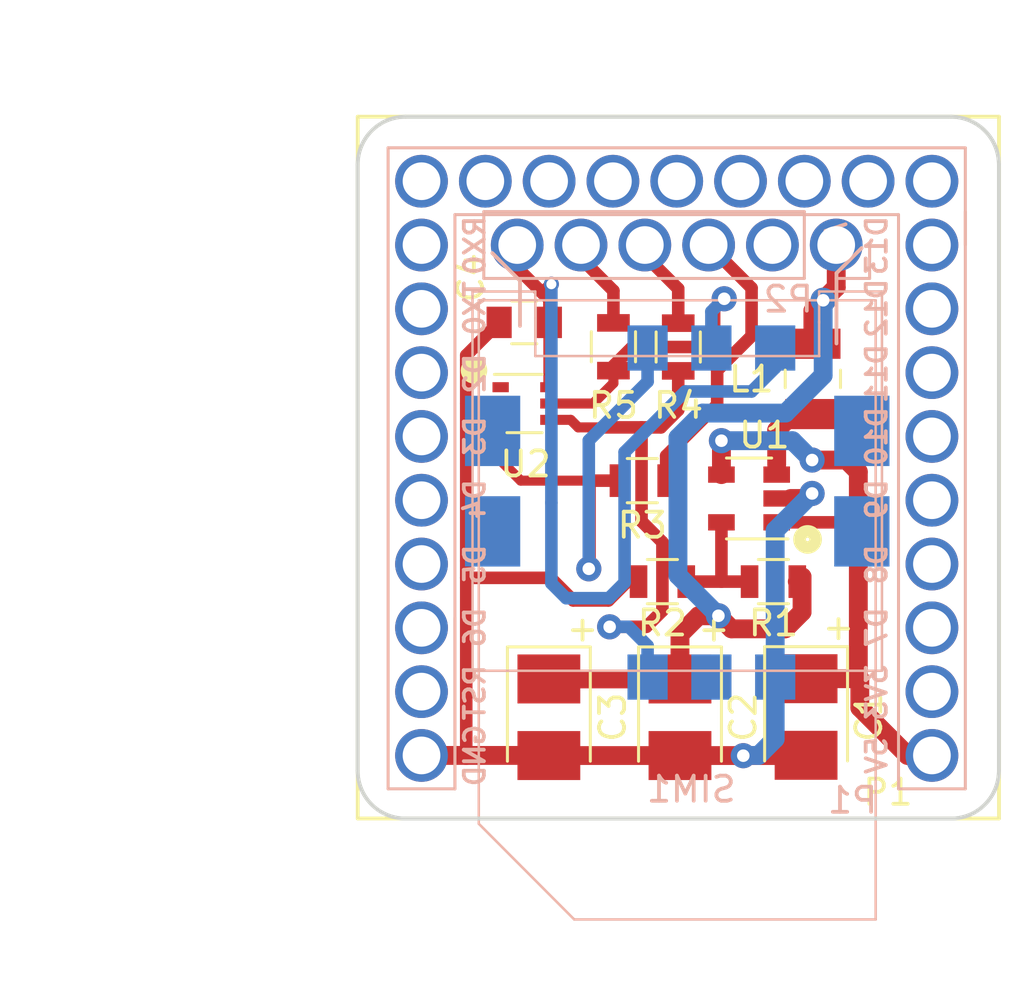
<source format=kicad_pcb>
(kicad_pcb (version 4) (host pcbnew 4.0.6)

  (general
    (links 30)
    (no_connects 0)
    (area 138.634399 62.662999 164.311401 90.753001)
    (thickness 1.6)
    (drawings 28)
    (tracks 147)
    (zones 0)
    (modules 15)
    (nets 41)
  )

  (page A4)
  (title_block
    (title "Microduino SIM shield DE")
    (date "04 settembre 2017")
    (rev 1.0)
  )

  (layers
    (0 F.Cu signal)
    (31 B.Cu signal)
    (32 B.Adhes user)
    (33 F.Adhes user)
    (34 B.Paste user)
    (35 F.Paste user)
    (36 B.SilkS user)
    (37 F.SilkS user)
    (38 B.Mask user)
    (39 F.Mask user)
    (44 Edge.Cuts user)
    (45 Margin user)
    (46 B.CrtYd user)
    (47 F.CrtYd user)
    (48 B.Fab user)
    (49 F.Fab user)
  )

  (setup
    (last_trace_width 0.5)
    (user_trace_width 0.4)
    (user_trace_width 0.5)
    (user_trace_width 0.75)
    (user_trace_width 1)
    (user_trace_width 1.5)
    (user_trace_width 2)
    (user_trace_width 2.5)
    (user_trace_width 3)
    (trace_clearance 0.2)
    (zone_clearance 0.508)
    (zone_45_only no)
    (trace_min 0.2)
    (segment_width 0.5)
    (edge_width 0.15)
    (via_size 0.6)
    (via_drill 0.4)
    (via_min_size 0.4)
    (via_min_drill 0.3)
    (user_via 1 0.5)
    (user_via 1.2 0.6)
    (uvia_size 0.3)
    (uvia_drill 0.1)
    (uvias_allowed no)
    (uvia_min_size 0.2)
    (uvia_min_drill 0.1)
    (pcb_text_width 0.3)
    (pcb_text_size 1.5 1.5)
    (mod_edge_width 0.15)
    (mod_text_size 1 1)
    (mod_text_width 0.15)
    (pad_size 2.1 2.1)
    (pad_drill 1.5)
    (pad_to_mask_clearance 0.2)
    (aux_axis_origin 0 0)
    (grid_origin 126.111 104.775)
    (visible_elements 7FFEFFFF)
    (pcbplotparams
      (layerselection 0x210fc_80000001)
      (usegerberextensions false)
      (excludeedgelayer true)
      (linewidth 0.100000)
      (plotframeref false)
      (viasonmask false)
      (mode 1)
      (useauxorigin false)
      (hpglpennumber 1)
      (hpglpenspeed 20)
      (hpglpendiameter 15)
      (hpglpenoverlay 2)
      (psnegative false)
      (psa4output false)
      (plotreference true)
      (plotvalue true)
      (plotinvisibletext false)
      (padsonsilk false)
      (subtractmaskfromsilk false)
      (outputformat 1)
      (mirror false)
      (drillshape 0)
      (scaleselection 1)
      (outputdirectory ""))
  )

  (net 0 "")
  (net 1 +5V)
  (net 2 +3V3)
  (net 3 /D7)
  (net 4 /D8)
  (net 5 /D9)
  (net 6 /D10)
  (net 7 /D11)
  (net 8 /D12)
  (net 9 /D13)
  (net 10 /D2)
  (net 11 /D3)
  (net 12 /A0)
  (net 13 /A1)
  (net 14 /A2)
  (net 15 /A3)
  (net 16 /SDA)
  (net 17 /SCL)
  (net 18 /A6)
  (net 19 /A7)
  (net 20 /D4)
  (net 21 /D5)
  (net 22 /D6)
  (net 23 /RESET)
  (net 24 GND)
  (net 25 /VBAT)
  (net 26 /VRTC)
  (net 27 /SIM_CLK)
  (net 28 /SIM_DATA)
  (net 29 /SIM_RST)
  (net 30 /VSIM)
  (net 31 /D0)
  (net 32 /D1)
  (net 33 "Net-(P2-Pad3)")
  (net 34 "Net-(P2-Pad4)")
  (net 35 "Net-(P2-Pad5)")
  (net 36 "Net-(R1-Pad2)")
  (net 37 "Net-(U2-Pad1)")
  (net 38 "Net-(SIM1-Pad5)")
  (net 39 /AREF)
  (net 40 "Net-(L1-Pad1)")

  (net_class Default "Questo è il gruppo di collegamenti predefinito"
    (clearance 0.2)
    (trace_width 0.25)
    (via_dia 0.6)
    (via_drill 0.4)
    (uvia_dia 0.3)
    (uvia_drill 0.1)
    (add_net +3V3)
    (add_net +5V)
    (add_net /A0)
    (add_net /A1)
    (add_net /A2)
    (add_net /A3)
    (add_net /A6)
    (add_net /A7)
    (add_net /AREF)
    (add_net /D0)
    (add_net /D1)
    (add_net /D10)
    (add_net /D11)
    (add_net /D12)
    (add_net /D13)
    (add_net /D2)
    (add_net /D3)
    (add_net /D4)
    (add_net /D5)
    (add_net /D6)
    (add_net /D7)
    (add_net /D8)
    (add_net /D9)
    (add_net /RESET)
    (add_net /SCL)
    (add_net /SDA)
    (add_net /SIM_CLK)
    (add_net /SIM_DATA)
    (add_net /SIM_RST)
    (add_net /VBAT)
    (add_net /VRTC)
    (add_net /VSIM)
    (add_net GND)
    (add_net "Net-(L1-Pad1)")
    (add_net "Net-(P2-Pad3)")
    (add_net "Net-(P2-Pad4)")
    (add_net "Net-(P2-Pad5)")
    (add_net "Net-(R1-Pad2)")
    (add_net "Net-(SIM1-Pad5)")
    (add_net "Net-(U2-Pad1)")
  )

  (module Pin_Headers:Pin_Header_Straight_1x06_Pitch2.54mm (layer B.Cu) (tedit 596E4C43) (tstamp 59650DEE)
    (at 157.761 67.845 90)
    (descr "Through hole straight pin header, 1x06, 2.54mm pitch, single row")
    (tags "Through hole pin header THT 1x06 2.54mm single row")
    (path /59500203)
    (fp_text reference P2 (at -2.16 -1.91 180) (layer B.SilkS)
      (effects (font (size 1 1) (thickness 0.15)) (justify mirror))
    )
    (fp_text value CONN_01X06 (at 0 -15.03 90) (layer B.Fab)
      (effects (font (size 1 1) (thickness 0.15)) (justify mirror))
    )
    (fp_line (start -1.27 1.27) (end -1.27 -13.97) (layer B.Fab) (width 0.1))
    (fp_line (start -1.27 -13.97) (end 1.27 -13.97) (layer B.Fab) (width 0.1))
    (fp_line (start 1.27 -13.97) (end 1.27 1.27) (layer B.Fab) (width 0.1))
    (fp_line (start 1.27 1.27) (end -1.27 1.27) (layer B.Fab) (width 0.1))
    (fp_line (start -1.33 -1.27) (end -1.33 -14.03) (layer B.SilkS) (width 0.12))
    (fp_line (start -1.33 -14.03) (end 1.33 -14.03) (layer B.SilkS) (width 0.12))
    (fp_line (start 1.33 -14.03) (end 1.33 -1.27) (layer B.SilkS) (width 0.12))
    (fp_line (start 1.33 -1.27) (end -1.33 -1.27) (layer B.SilkS) (width 0.12))
    (fp_line (start -1.33 0) (end -1.33 1.33) (layer B.SilkS) (width 0.12))
    (fp_line (start -1.33 1.33) (end 0 1.33) (layer B.SilkS) (width 0.12))
    (fp_line (start -1.8 1.8) (end -1.8 -14.5) (layer B.CrtYd) (width 0.05))
    (fp_line (start -1.8 -14.5) (end 1.8 -14.5) (layer B.CrtYd) (width 0.05))
    (fp_line (start 1.8 -14.5) (end 1.8 1.8) (layer B.CrtYd) (width 0.05))
    (fp_line (start 1.8 1.8) (end -1.8 1.8) (layer B.CrtYd) (width 0.05))
    (fp_text user %R (at -2.17 -1.91 180) (layer B.Fab)
      (effects (font (size 1 1) (thickness 0.15)) (justify mirror))
    )
    (pad 1 thru_hole circle (at 0 0 90) (size 2.1 2.1) (drill 1.5) (layers *.Cu *.Mask)
      (net 25 /VBAT))
    (pad 2 thru_hole circle (at 0 -2.54 90) (size 2.1 2.1) (drill 1.5) (layers *.Cu *.Mask)
      (net 26 /VRTC))
    (pad 3 thru_hole circle (at 0 -5.08 90) (size 2.1 2.1) (drill 1.5) (layers *.Cu *.Mask)
      (net 33 "Net-(P2-Pad3)"))
    (pad 4 thru_hole circle (at 0 -7.62 90) (size 2.1 2.1) (drill 1.5) (layers *.Cu *.Mask)
      (net 34 "Net-(P2-Pad4)"))
    (pad 5 thru_hole circle (at 0 -10.16 90) (size 2.1 2.1) (drill 1.5) (layers *.Cu *.Mask)
      (net 35 "Net-(P2-Pad5)"))
    (pad 6 thru_hole circle (at 0 -12.7 90) (size 2.1 2.1) (drill 1.5) (layers *.Cu *.Mask)
      (net 30 /VSIM))
    (model ${KISYS3DMOD}/Pin_Headers.3dshapes/Pin_Header_Straight_1x06_Pitch2.54mm.wrl
      (at (xyz 0 -0.25 0))
      (scale (xyz 1 1 1))
      (rotate (xyz 0 0 90))
    )
  )

  (module Capacitors_Tantalum_SMD:CP_Tantalum_Case-B_EIA-3528-21_Reflow (layer F.Cu) (tedit 598C1E3A) (tstamp 59692102)
    (at 156.561 86.635 270)
    (descr "Tantalum capacitor, Case B, EIA 3528-21, 3.5x2.8x1.9mm, Reflow soldering footprint")
    (tags "capacitor tantalum smd")
    (path /594FDD53)
    (attr smd)
    (fp_text reference C1 (at 0.01 -2.5 270) (layer F.SilkS)
      (effects (font (size 1 1) (thickness 0.15)))
    )
    (fp_text value 100uF (at 0 3.15 270) (layer F.Fab)
      (effects (font (size 1 1) (thickness 0.15)))
    )
    (fp_text user %R (at 0 0 270) (layer F.Fab)
      (effects (font (size 0.8 0.8) (thickness 0.12)))
    )
    (fp_line (start -2.85 -1.75) (end -2.85 1.75) (layer F.CrtYd) (width 0.05))
    (fp_line (start -2.85 1.75) (end 2.85 1.75) (layer F.CrtYd) (width 0.05))
    (fp_line (start 2.85 1.75) (end 2.85 -1.75) (layer F.CrtYd) (width 0.05))
    (fp_line (start 2.85 -1.75) (end -2.85 -1.75) (layer F.CrtYd) (width 0.05))
    (fp_line (start -1.75 -1.4) (end -1.75 1.4) (layer F.Fab) (width 0.1))
    (fp_line (start -1.75 1.4) (end 1.75 1.4) (layer F.Fab) (width 0.1))
    (fp_line (start 1.75 1.4) (end 1.75 -1.4) (layer F.Fab) (width 0.1))
    (fp_line (start 1.75 -1.4) (end -1.75 -1.4) (layer F.Fab) (width 0.1))
    (fp_line (start -1.4 -1.4) (end -1.4 1.4) (layer F.Fab) (width 0.1))
    (fp_line (start -1.225 -1.4) (end -1.225 1.4) (layer F.Fab) (width 0.1))
    (fp_line (start -2.8 -1.65) (end 1.75 -1.65) (layer F.SilkS) (width 0.12))
    (fp_line (start -2.8 1.65) (end 1.75 1.65) (layer F.SilkS) (width 0.12))
    (fp_line (start -2.8 -1.65) (end -2.8 1.65) (layer F.SilkS) (width 0.12))
    (pad 1 smd rect (at -1.525 0 270) (size 1.95 2.5) (layers F.Cu F.Paste F.Mask)
      (net 1 +5V))
    (pad 2 smd rect (at 1.525 0 270) (size 1.95 2.5) (layers F.Cu F.Paste F.Mask)
      (net 24 GND))
    (model Capacitors_Tantalum_SMD.3dshapes/CP_Tantalum_Case-B_EIA-3528-21.wrl
      (at (xyz 0 0 0))
      (scale (xyz 1 1 1))
      (rotate (xyz 0 0 0))
    )
  )

  (module Libreria_PCB_mia:mini_sim_card_holder (layer B.Cu) (tedit 597AE0DA) (tstamp 596DDA5C)
    (at 151.431 77.245 180)
    (tags SIM)
    (path /59693AB0)
    (attr smd)
    (fp_text reference SIM1 (at -0.56 -12.27 180) (layer B.SilkS)
      (effects (font (size 1 1) (thickness 0.15)) (justify mirror))
    )
    (fp_text value SIM-CARD (at 0.03 9.67 180) (layer B.Fab)
      (effects (font (size 1 1) (thickness 0.15)) (justify mirror))
    )
    (fp_line (start 4.1 -17.45) (end 7.9 -13.64) (layer B.SilkS) (width 0.1))
    (fp_line (start 7.9 -13.64) (end 7.9 7.2) (layer B.SilkS) (width 0.1))
    (fp_line (start -7.9 7.2) (end 7.9 7.2) (layer B.SilkS) (width 0.1))
    (fp_line (start -7.9 -17.45) (end 4.1 -17.45) (layer B.SilkS) (width 0.1))
    (fp_line (start -7.9 7.2) (end -7.9 -17.45) (layer B.SilkS) (width 0.1))
    (fp_line (start -5.65 6.36) (end -5.65 4.98) (layer B.SilkS) (width 0.1))
    (fp_line (start -5.66 4.98) (end 5.65 4.98) (layer B.SilkS) (width 0.1))
    (fp_line (start 5.65 4.98) (end 5.65 6.5) (layer B.SilkS) (width 0.1))
    (fp_line (start 8.15 7.55) (end 8.15 -7.55) (layer B.SilkS) (width 0.1))
    (fp_line (start 8.15 -7.55) (end -8.15 -7.55) (layer B.SilkS) (width 0.1))
    (fp_line (start -8.15 7.55) (end -8.15 -7.55) (layer B.SilkS) (width 0.1))
    (fp_line (start 8.15 7.55) (end 5.65 7.55) (layer B.SilkS) (width 0.1))
    (fp_line (start 5.65 7.55) (end 5.65 6.49) (layer B.SilkS) (width 0.1))
    (fp_line (start -8.15 7.55) (end -5.65 7.55) (layer B.SilkS) (width 0.1))
    (fp_line (start -5.65 7.55) (end -5.65 6.3) (layer B.SilkS) (width 0.1))
    (pad 1 smd rect (at -3.9 5.3 180) (size 1.6 1.8) (layers B.Cu B.Paste B.Mask)
      (net 30 /VSIM))
    (pad 2 smd rect (at -1.36 5.3 180) (size 1.6 1.8) (layers B.Cu B.Paste B.Mask)
      (net 29 /SIM_RST))
    (pad 3 smd rect (at 1.18 5.3 180) (size 1.6 1.8) (layers B.Cu B.Paste B.Mask)
      (net 27 /SIM_CLK))
    (pad 4 smd rect (at -3.9 -7.8 180) (size 1.6 1.8) (layers B.Cu B.Paste B.Mask)
      (net 24 GND))
    (pad 5 smd rect (at -1.36 -7.8 180) (size 1.6 1.8) (layers B.Cu B.Paste B.Mask)
      (net 38 "Net-(SIM1-Pad5)"))
    (pad 6 smd rect (at 1.18 -7.8 180) (size 1.6 1.8) (layers B.Cu B.Paste B.Mask)
      (net 28 /SIM_DATA))
    (pad "" smd rect (at -7.35 2 180) (size 2.2 2.8) (layers B.Cu B.Paste B.Mask))
    (pad "" smd rect (at -7.35 -2 180) (size 2.2 2.8) (layers B.Cu B.Paste B.Mask))
    (pad "" smd rect (at 7.35 -2 180) (size 2.2 2.8) (layers B.Cu B.Paste B.Mask))
    (pad "" smd rect (at 7.35 2 180) (size 2.2 2.8) (layers B.Cu B.Paste B.Mask))
  )

  (module TO_SOT_Packages_SMD:SOT-363_SC-70-6 (layer F.Cu) (tedit 597AE077) (tstamp 597AE306)
    (at 145.351 74.155)
    (descr "SOT-363, SC-70-6")
    (tags "SOT-363 SC-70-6")
    (path /596937F2)
    (attr smd)
    (fp_text reference U2 (at 0.04 2.41) (layer F.SilkS)
      (effects (font (size 1 1) (thickness 0.15)))
    )
    (fp_text value ESDA6V1-5W6 (at 0 2 180) (layer F.Fab)
      (effects (font (size 1 1) (thickness 0.15)))
    )
    (fp_text user %R (at 0 0 90) (layer F.Fab)
      (effects (font (size 0.5 0.5) (thickness 0.075)))
    )
    (fp_line (start 0.7 -1.16) (end -1.2 -1.16) (layer F.SilkS) (width 0.12))
    (fp_line (start -0.7 1.16) (end 0.7 1.16) (layer F.SilkS) (width 0.12))
    (fp_line (start 1.6 1.4) (end 1.6 -1.4) (layer F.CrtYd) (width 0.05))
    (fp_line (start -1.6 -1.4) (end -1.6 1.4) (layer F.CrtYd) (width 0.05))
    (fp_line (start -1.6 -1.4) (end 1.6 -1.4) (layer F.CrtYd) (width 0.05))
    (fp_line (start 0.675 -1.1) (end -0.175 -1.1) (layer F.Fab) (width 0.1))
    (fp_line (start -0.675 -0.6) (end -0.675 1.1) (layer F.Fab) (width 0.1))
    (fp_line (start -1.6 1.4) (end 1.6 1.4) (layer F.CrtYd) (width 0.05))
    (fp_line (start 0.675 -1.1) (end 0.675 1.1) (layer F.Fab) (width 0.1))
    (fp_line (start 0.675 1.1) (end -0.675 1.1) (layer F.Fab) (width 0.1))
    (fp_line (start -0.175 -1.1) (end -0.675 -0.6) (layer F.Fab) (width 0.1))
    (pad 1 smd rect (at -0.95 -0.65) (size 0.65 0.4) (layers F.Cu F.Paste F.Mask)
      (net 37 "Net-(U2-Pad1)"))
    (pad 3 smd rect (at -0.95 0.65) (size 0.65 0.4) (layers F.Cu F.Paste F.Mask)
      (net 27 /SIM_CLK))
    (pad 5 smd rect (at 0.95 0) (size 0.65 0.4) (layers F.Cu F.Paste F.Mask)
      (net 29 /SIM_RST))
    (pad 2 smd rect (at -0.95 0) (size 0.65 0.4) (layers F.Cu F.Paste F.Mask)
      (net 24 GND))
    (pad 4 smd rect (at 0.95 0.65) (size 0.65 0.4) (layers F.Cu F.Paste F.Mask)
      (net 28 /SIM_DATA))
    (pad 6 smd rect (at 0.95 -0.65) (size 0.65 0.4) (layers F.Cu F.Paste F.Mask)
      (net 30 /VSIM))
    (model ${KISYS3DMOD}/TO_SOT_Packages_SMD.3dshapes/SOT-363_SC-70-6.wrl
      (at (xyz 0 0 0))
      (scale (xyz 1 1 1))
      (rotate (xyz 0 0 0))
    )
  )

  (module Libreria_PCB_mia:Upin_27 (layer B.Cu) (tedit 599092A9) (tstamp 597E398C)
    (at 161.571 88.165 180)
    (descr "Through hole straight socket strip, 1x09, 2.54mm pitch, single row")
    (tags "Through hole socket strip THT 1x09 2.54mm single row")
    (path /58E8C7EF)
    (fp_text reference P1 (at 3.16 -1.79 180) (layer B.SilkS)
      (effects (font (size 1 1) (thickness 0.15)) (justify mirror))
    )
    (fp_text value CONN_1x27 (at -2.83 10.17 450) (layer B.Fab)
      (effects (font (size 1 1) (thickness 0.15)) (justify mirror))
    )
    (fp_text user P1 (at 1.75 -1.47 180) (layer F.SilkS)
      (effects (font (size 1 1) (thickness 0.15)))
    )
    (fp_line (start 16.4 18.9) (end 17.5 20) (layer B.SilkS) (width 0.15))
    (fp_line (start 16.4 18.9) (end 16.4 17.1) (layer B.SilkS) (width 0.15))
    (fp_line (start 2.8 20.2) (end 3.8 19.2) (layer B.SilkS) (width 0.15))
    (fp_line (start 3.8 19.2) (end 3.8 16.4) (layer B.SilkS) (width 0.15))
    (fp_text user GND (at 18.2 0 450) (layer B.SilkS)
      (effects (font (size 0.8 0.8) (thickness 0.15)) (justify mirror))
    )
    (fp_text user RST (at 18.2 2.5 450) (layer B.SilkS)
      (effects (font (size 0.8 0.8) (thickness 0.15)) (justify mirror))
    )
    (fp_text user D6 (at 18.2 5.1 450) (layer B.SilkS)
      (effects (font (size 0.8 0.8) (thickness 0.15)) (justify mirror))
    )
    (fp_text user D5 (at 18.2 7.6 450) (layer B.SilkS)
      (effects (font (size 0.8 0.8) (thickness 0.15)) (justify mirror))
    )
    (fp_text user D4 (at 18.2 10.2 450) (layer B.SilkS)
      (effects (font (size 0.8 0.8) (thickness 0.15)) (justify mirror))
    )
    (fp_text user D3 (at 18.2 12.7 450) (layer B.SilkS)
      (effects (font (size 0.8 0.8) (thickness 0.15)) (justify mirror))
    )
    (fp_text user D2 (at 18.2 15.2 450) (layer B.SilkS)
      (effects (font (size 0.8 0.8) (thickness 0.15)) (justify mirror))
    )
    (fp_text user TX0 (at 18.2 17.8 450) (layer B.SilkS)
      (effects (font (size 0.8 0.8) (thickness 0.15)) (justify mirror))
    )
    (fp_text user RX0 (at 18.2 20.3 450) (layer B.SilkS)
      (effects (font (size 0.8 0.8) (thickness 0.15)) (justify mirror))
    )
    (fp_text user A0 (at 3.8 20.5 450) (layer B.SilkS)
      (effects (font (size 0.8 0.8) (thickness 0.15)) (justify mirror))
    )
    (fp_text user D13 (at 2.2 20.3 450) (layer B.SilkS)
      (effects (font (size 0.8 0.8) (thickness 0.15)) (justify mirror))
    )
    (fp_text user D12 (at 2.2 17.8 450) (layer B.SilkS)
      (effects (font (size 0.8 0.8) (thickness 0.15)) (justify mirror))
    )
    (fp_text user D11 (at 2.2 15.2 450) (layer B.SilkS)
      (effects (font (size 0.8 0.8) (thickness 0.15)) (justify mirror))
    )
    (fp_text user D10 (at 2.2 12.7 450) (layer B.SilkS)
      (effects (font (size 0.8 0.8) (thickness 0.15)) (justify mirror))
    )
    (fp_text user D9 (at 2.2 10.2 450) (layer B.SilkS)
      (effects (font (size 0.8 0.8) (thickness 0.15)) (justify mirror))
    )
    (fp_text user D8 (at 2.2 7.6 450) (layer B.SilkS)
      (effects (font (size 0.8 0.8) (thickness 0.15)) (justify mirror))
    )
    (fp_text user D7 (at 2.2 5.1 450) (layer B.SilkS)
      (effects (font (size 0.8 0.8) (thickness 0.15)) (justify mirror))
    )
    (fp_text user 3V3 (at 2.2 2.5 450) (layer B.SilkS)
      (effects (font (size 0.8 0.8) (thickness 0.15)) (justify mirror))
    )
    (fp_text user 5V (at 2.2 0 450) (layer B.SilkS)
      (effects (font (size 0.8 0.8) (thickness 0.15)) (justify mirror))
    )
    (fp_line (start 1.8 -1.78) (end 1.8 21.05) (layer B.CrtYd) (width 0.12))
    (fp_line (start 18.52 21.05) (end 1.8 21.05) (layer B.CrtYd) (width 0.12))
    (fp_line (start -1.27 24.13) (end -1.27 -1.27) (layer B.Fab) (width 0.12))
    (fp_line (start 1.27 -1.27) (end 1.27 21.59) (layer B.Fab) (width 0.12))
    (fp_line (start 1.27 21.59) (end 19.05 21.59) (layer B.Fab) (width 0.12))
    (fp_line (start 19.05 21.59) (end 19.05 -1.27) (layer B.Fab) (width 0.12))
    (fp_line (start 19.05 -1.27) (end 21.59 -1.27) (layer B.Fab) (width 0.12))
    (fp_line (start 21.59 -1.27) (end 21.59 24.13) (layer B.Fab) (width 0.12))
    (fp_line (start 21.59 24.13) (end -1.27 24.13) (layer B.Fab) (width 0.12))
    (fp_line (start 21.65 -1.33) (end 21.65 24.19) (layer B.SilkS) (width 0.12))
    (fp_line (start 21.65 24.19) (end -1.33 24.19) (layer B.SilkS) (width 0.12))
    (fp_line (start -1.33 -1.33) (end -1.33 24.19) (layer B.SilkS) (width 0.12))
    (fp_line (start 1.33 -1.33) (end 1.33 21.53) (layer B.SilkS) (width 0.12))
    (fp_line (start 1.33 21.53) (end 18.99 21.53) (layer B.SilkS) (width 0.12))
    (fp_line (start 18.99 -1.33) (end 18.99 21.53) (layer B.SilkS) (width 0.12))
    (fp_line (start 18.99 -1.33) (end 18.99 5.48) (layer B.SilkS) (width 0.12))
    (fp_line (start -1.8 24.67) (end 22.12 24.67) (layer B.CrtYd) (width 0.12))
    (fp_line (start -1.8 -1.78) (end -1.8 24.67) (layer B.CrtYd) (width 0.12))
    (fp_line (start 22.12 -1.78) (end 22.12 24.67) (layer B.CrtYd) (width 0.12))
    (fp_line (start 18.52 21.05) (end 18.52 -1.8) (layer B.CrtYd) (width 0.12))
    (fp_line (start 18.52 -1.8) (end 22.12 -1.8) (layer B.CrtYd) (width 0.12))
    (fp_line (start -1.27 -1.27) (end 1.27 -1.27) (layer B.Fab) (width 0.12))
    (fp_line (start -1.33 -1.33) (end 1.33 -1.33) (layer B.SilkS) (width 0.12))
    (fp_line (start 21.65 -1.33) (end 18.99 -1.33) (layer B.SilkS) (width 0.12))
    (fp_line (start -1.33 20.32) (end -1.33 21.65) (layer B.SilkS) (width 0.12))
    (fp_line (start -1.8 -1.78) (end 1.8 -1.78) (layer B.CrtYd) (width 0.12))
    (fp_text user %R (at 0 -2.54 180) (layer B.Fab)
      (effects (font (size 1 1) (thickness 0.15)) (justify mirror))
    )
    (pad 9 thru_hole circle (at 0 20.32 180) (size 2.1 2.1) (drill 1.5) (layers *.Cu *.Mask)
      (net 9 /D13))
    (pad 8 thru_hole circle (at 0 17.78 180) (size 2.1 2.1) (drill 1.5) (layers *.Cu *.Mask)
      (net 8 /D12))
    (pad 7 thru_hole circle (at 0 15.24 180) (size 2.1 2.1) (drill 1.5) (layers *.Cu *.Mask)
      (net 7 /D11))
    (pad 6 thru_hole circle (at 0 12.7 180) (size 2.1 2.1) (drill 1.5) (layers *.Cu *.Mask)
      (net 6 /D10))
    (pad 5 thru_hole circle (at 0 10.16 180) (size 2.1 2.1) (drill 1.5) (layers *.Cu *.Mask)
      (net 5 /D9))
    (pad 4 thru_hole circle (at 0 7.62 180) (size 2.1 2.1) (drill 1.5) (layers *.Cu *.Mask)
      (net 4 /D8))
    (pad 3 thru_hole circle (at 0 5.08 180) (size 2.1 2.1) (drill 1.5) (layers *.Cu *.Mask)
      (net 3 /D7))
    (pad 2 thru_hole circle (at 0 2.54 180) (size 2.1 2.1) (drill 1.5) (layers *.Cu *.Mask)
      (net 2 +3V3))
    (pad 1 thru_hole circle (at 0 0 180) (size 2.1 2.1) (drill 1.5) (layers *.Cu *.Mask)
      (net 1 +5V))
    (pad 10 thru_hole circle (at 0 22.86 180) (size 2.1 2.1) (drill 1.5) (layers *.Cu *.Mask)
      (net 39 /AREF))
    (pad 11 thru_hole circle (at 2.54 22.86 180) (size 2.1 2.1) (drill 1.5) (layers *.Cu *.Mask)
      (net 12 /A0))
    (pad 12 thru_hole circle (at 5.08 22.86 180) (size 2.1 2.1) (drill 1.5) (layers *.Cu *.Mask)
      (net 13 /A1))
    (pad 13 thru_hole circle (at 7.62 22.86 180) (size 2.1 2.1) (drill 1.5) (layers *.Cu *.Mask)
      (net 14 /A2))
    (pad 14 thru_hole circle (at 10.16 22.86 180) (size 2.1 2.1) (drill 1.5) (layers *.Cu *.Mask)
      (net 15 /A3))
    (pad 15 thru_hole circle (at 12.7 22.86 180) (size 2.1 2.1) (drill 1.5) (layers *.Cu *.Mask)
      (net 16 /SDA))
    (pad 16 thru_hole circle (at 15.24 22.86 180) (size 2.1 2.1) (drill 1.5) (layers *.Cu *.Mask)
      (net 17 /SCL))
    (pad 17 thru_hole circle (at 17.78 22.86 180) (size 2.1 2.1) (drill 1.5) (layers *.Cu *.Mask)
      (net 18 /A6))
    (pad 18 thru_hole circle (at 20.32 22.86 180) (size 2.1 2.1) (drill 1.5) (layers *.Cu *.Mask)
      (net 19 /A7))
    (pad 19 thru_hole circle (at 20.32 20.32 180) (size 2.1 2.1) (drill 1.5) (layers *.Cu *.Mask)
      (net 31 /D0))
    (pad 20 thru_hole circle (at 20.32 17.78 180) (size 2.1 2.1) (drill 1.5) (layers *.Cu *.Mask)
      (net 32 /D1))
    (pad 21 thru_hole circle (at 20.32 15.24 180) (size 2.1 2.1) (drill 1.5) (layers *.Cu *.Mask)
      (net 10 /D2))
    (pad 22 thru_hole circle (at 20.32 12.7 180) (size 2.1 2.1) (drill 1.5) (layers *.Cu *.Mask)
      (net 11 /D3))
    (pad 23 thru_hole circle (at 20.32 10.16 180) (size 2.1 2.1) (drill 1.5) (layers *.Cu *.Mask)
      (net 20 /D4))
    (pad 24 thru_hole circle (at 20.32 7.62 180) (size 2.1 2.1) (drill 1.5) (layers *.Cu *.Mask)
      (net 21 /D5))
    (pad 25 thru_hole circle (at 20.32 5.08 180) (size 2.1 2.1) (drill 1.5) (layers *.Cu *.Mask)
      (net 22 /D6))
    (pad 26 thru_hole circle (at 20.32 2.54 180) (size 2.1 2.1) (drill 1.5) (layers *.Cu *.Mask)
      (net 23 /RESET))
    (pad 27 thru_hole circle (at 20.32 0 180) (size 2.1 2.1) (drill 1.5) (layers *.Cu *.Mask)
      (net 24 GND))
    (model ${KISYS3DMOD}/Socket_Strips.3dshapes/Socket_Strip_Straight_1x09_Pitch2.54mm.wrl
      (at (xyz 0 -0.4 0))
      (scale (xyz 1 1 1))
      (rotate (xyz 0 0 270))
    )
  )

  (module Capacitors_Tantalum_SMD:CP_Tantalum_Case-B_EIA-3528-21_Reflow (layer F.Cu) (tedit 598C1E31) (tstamp 598C1A8E)
    (at 151.541 86.645 270)
    (descr "Tantalum capacitor, Case B, EIA 3528-21, 3.5x2.8x1.9mm, Reflow soldering footprint")
    (tags "capacitor tantalum smd")
    (path /598C1AF0)
    (attr smd)
    (fp_text reference C2 (at 0 -2.52 270) (layer F.SilkS)
      (effects (font (size 1 1) (thickness 0.15)))
    )
    (fp_text value 100uF (at 0 3.15 270) (layer F.Fab)
      (effects (font (size 1 1) (thickness 0.15)))
    )
    (fp_text user %R (at 0 0 270) (layer F.Fab)
      (effects (font (size 0.8 0.8) (thickness 0.12)))
    )
    (fp_line (start -2.85 -1.75) (end -2.85 1.75) (layer F.CrtYd) (width 0.05))
    (fp_line (start -2.85 1.75) (end 2.85 1.75) (layer F.CrtYd) (width 0.05))
    (fp_line (start 2.85 1.75) (end 2.85 -1.75) (layer F.CrtYd) (width 0.05))
    (fp_line (start 2.85 -1.75) (end -2.85 -1.75) (layer F.CrtYd) (width 0.05))
    (fp_line (start -1.75 -1.4) (end -1.75 1.4) (layer F.Fab) (width 0.1))
    (fp_line (start -1.75 1.4) (end 1.75 1.4) (layer F.Fab) (width 0.1))
    (fp_line (start 1.75 1.4) (end 1.75 -1.4) (layer F.Fab) (width 0.1))
    (fp_line (start 1.75 -1.4) (end -1.75 -1.4) (layer F.Fab) (width 0.1))
    (fp_line (start -1.4 -1.4) (end -1.4 1.4) (layer F.Fab) (width 0.1))
    (fp_line (start -1.225 -1.4) (end -1.225 1.4) (layer F.Fab) (width 0.1))
    (fp_line (start -2.8 -1.65) (end 1.75 -1.65) (layer F.SilkS) (width 0.12))
    (fp_line (start -2.8 1.65) (end 1.75 1.65) (layer F.SilkS) (width 0.12))
    (fp_line (start -2.8 -1.65) (end -2.8 1.65) (layer F.SilkS) (width 0.12))
    (pad 1 smd rect (at -1.525 0 270) (size 1.95 2.5) (layers F.Cu F.Paste F.Mask)
      (net 25 /VBAT))
    (pad 2 smd rect (at 1.525 0 270) (size 1.95 2.5) (layers F.Cu F.Paste F.Mask)
      (net 24 GND))
    (model Capacitors_Tantalum_SMD.3dshapes/CP_Tantalum_Case-B_EIA-3528-21.wrl
      (at (xyz 0 0 0))
      (scale (xyz 1 1 1))
      (rotate (xyz 0 0 0))
    )
  )

  (module Capacitors_Tantalum_SMD:CP_Tantalum_Case-B_EIA-3528-21_Reflow (layer F.Cu) (tedit 598C1E26) (tstamp 598C1AB4)
    (at 146.321 86.645 270)
    (descr "Tantalum capacitor, Case B, EIA 3528-21, 3.5x2.8x1.9mm, Reflow soldering footprint")
    (tags "capacitor tantalum smd")
    (path /598C1A9F)
    (attr smd)
    (fp_text reference C3 (at 0 -2.54 270) (layer F.SilkS)
      (effects (font (size 1 1) (thickness 0.15)))
    )
    (fp_text value 100uF (at 0 3.15 270) (layer F.Fab)
      (effects (font (size 1 1) (thickness 0.15)))
    )
    (fp_text user %R (at 0 0 270) (layer F.Fab)
      (effects (font (size 0.8 0.8) (thickness 0.12)))
    )
    (fp_line (start -2.85 -1.75) (end -2.85 1.75) (layer F.CrtYd) (width 0.05))
    (fp_line (start -2.85 1.75) (end 2.85 1.75) (layer F.CrtYd) (width 0.05))
    (fp_line (start 2.85 1.75) (end 2.85 -1.75) (layer F.CrtYd) (width 0.05))
    (fp_line (start 2.85 -1.75) (end -2.85 -1.75) (layer F.CrtYd) (width 0.05))
    (fp_line (start -1.75 -1.4) (end -1.75 1.4) (layer F.Fab) (width 0.1))
    (fp_line (start -1.75 1.4) (end 1.75 1.4) (layer F.Fab) (width 0.1))
    (fp_line (start 1.75 1.4) (end 1.75 -1.4) (layer F.Fab) (width 0.1))
    (fp_line (start 1.75 -1.4) (end -1.75 -1.4) (layer F.Fab) (width 0.1))
    (fp_line (start -1.4 -1.4) (end -1.4 1.4) (layer F.Fab) (width 0.1))
    (fp_line (start -1.225 -1.4) (end -1.225 1.4) (layer F.Fab) (width 0.1))
    (fp_line (start -2.8 -1.65) (end 1.75 -1.65) (layer F.SilkS) (width 0.12))
    (fp_line (start -2.8 1.65) (end 1.75 1.65) (layer F.SilkS) (width 0.12))
    (fp_line (start -2.8 -1.65) (end -2.8 1.65) (layer F.SilkS) (width 0.12))
    (pad 1 smd rect (at -1.525 0 270) (size 1.95 2.5) (layers F.Cu F.Paste F.Mask)
      (net 25 /VBAT))
    (pad 2 smd rect (at 1.525 0 270) (size 1.95 2.5) (layers F.Cu F.Paste F.Mask)
      (net 24 GND))
    (model Capacitors_Tantalum_SMD.3dshapes/CP_Tantalum_Case-B_EIA-3528-21.wrl
      (at (xyz 0 0 0))
      (scale (xyz 1 1 1))
      (rotate (xyz 0 0 0))
    )
  )

  (module Capacitors_SMD:C_0805 (layer F.Cu) (tedit 59908A06) (tstamp 599085AE)
    (at 145.341 70.925 180)
    (descr "Capacitor SMD 0805, reflow soldering, AVX (see smccp.pdf)")
    (tags "capacitor 0805")
    (path /5968D92E)
    (attr smd)
    (fp_text reference C4 (at 2.13 1.78 270) (layer F.SilkS)
      (effects (font (size 1 1) (thickness 0.15)))
    )
    (fp_text value 100nF (at 0 1.75 180) (layer F.Fab)
      (effects (font (size 1 1) (thickness 0.15)))
    )
    (fp_text user %R (at 0 -1.5 180) (layer F.Fab)
      (effects (font (size 1 1) (thickness 0.15)))
    )
    (fp_line (start -1 0.62) (end -1 -0.62) (layer F.Fab) (width 0.1))
    (fp_line (start 1 0.62) (end -1 0.62) (layer F.Fab) (width 0.1))
    (fp_line (start 1 -0.62) (end 1 0.62) (layer F.Fab) (width 0.1))
    (fp_line (start -1 -0.62) (end 1 -0.62) (layer F.Fab) (width 0.1))
    (fp_line (start 0.5 -0.85) (end -0.5 -0.85) (layer F.SilkS) (width 0.12))
    (fp_line (start -0.5 0.85) (end 0.5 0.85) (layer F.SilkS) (width 0.12))
    (fp_line (start -1.75 -0.88) (end 1.75 -0.88) (layer F.CrtYd) (width 0.05))
    (fp_line (start -1.75 -0.88) (end -1.75 0.87) (layer F.CrtYd) (width 0.05))
    (fp_line (start 1.75 0.87) (end 1.75 -0.88) (layer F.CrtYd) (width 0.05))
    (fp_line (start 1.75 0.87) (end -1.75 0.87) (layer F.CrtYd) (width 0.05))
    (pad 1 smd rect (at -1 0 180) (size 1 1.25) (layers F.Cu F.Paste F.Mask)
      (net 30 /VSIM))
    (pad 2 smd rect (at 1 0 180) (size 1 1.25) (layers F.Cu F.Paste F.Mask)
      (net 24 GND))
    (model Capacitors_SMD.3dshapes/C_0805.wrl
      (at (xyz 0 0 0))
      (scale (xyz 1 1 1))
      (rotate (xyz 0 0 0))
    )
  )

  (module Resistors_SMD:R_0805 (layer F.Cu) (tedit 58E0A804) (tstamp 599085B3)
    (at 155.261 81.245 180)
    (descr "Resistor SMD 0805, reflow soldering, Vishay (see dcrcw.pdf)")
    (tags "resistor 0805")
    (path /5968E007)
    (attr smd)
    (fp_text reference R1 (at 0 -1.65 180) (layer F.SilkS)
      (effects (font (size 1 1) (thickness 0.15)))
    )
    (fp_text value 330k (at 0 1.75 180) (layer F.Fab)
      (effects (font (size 1 1) (thickness 0.15)))
    )
    (fp_text user %R (at 0 0 180) (layer F.Fab)
      (effects (font (size 0.5 0.5) (thickness 0.075)))
    )
    (fp_line (start -1 0.62) (end -1 -0.62) (layer F.Fab) (width 0.1))
    (fp_line (start 1 0.62) (end -1 0.62) (layer F.Fab) (width 0.1))
    (fp_line (start 1 -0.62) (end 1 0.62) (layer F.Fab) (width 0.1))
    (fp_line (start -1 -0.62) (end 1 -0.62) (layer F.Fab) (width 0.1))
    (fp_line (start 0.6 0.88) (end -0.6 0.88) (layer F.SilkS) (width 0.12))
    (fp_line (start -0.6 -0.88) (end 0.6 -0.88) (layer F.SilkS) (width 0.12))
    (fp_line (start -1.55 -0.9) (end 1.55 -0.9) (layer F.CrtYd) (width 0.05))
    (fp_line (start -1.55 -0.9) (end -1.55 0.9) (layer F.CrtYd) (width 0.05))
    (fp_line (start 1.55 0.9) (end 1.55 -0.9) (layer F.CrtYd) (width 0.05))
    (fp_line (start 1.55 0.9) (end -1.55 0.9) (layer F.CrtYd) (width 0.05))
    (pad 1 smd rect (at -0.95 0 180) (size 0.7 1.3) (layers F.Cu F.Paste F.Mask)
      (net 25 /VBAT))
    (pad 2 smd rect (at 0.95 0 180) (size 0.7 1.3) (layers F.Cu F.Paste F.Mask)
      (net 36 "Net-(R1-Pad2)"))
    (model ${KISYS3DMOD}/Resistors_SMD.3dshapes/R_0805.wrl
      (at (xyz 0 0 0))
      (scale (xyz 1 1 1))
      (rotate (xyz 0 0 0))
    )
  )

  (module Resistors_SMD:R_0805 (layer F.Cu) (tedit 58E0A804) (tstamp 599085B8)
    (at 150.841 81.245 180)
    (descr "Resistor SMD 0805, reflow soldering, Vishay (see dcrcw.pdf)")
    (tags "resistor 0805")
    (path /5968E044)
    (attr smd)
    (fp_text reference R2 (at 0 -1.65 180) (layer F.SilkS)
      (effects (font (size 1 1) (thickness 0.15)))
    )
    (fp_text value 56k (at 0 1.75 180) (layer F.Fab)
      (effects (font (size 1 1) (thickness 0.15)))
    )
    (fp_text user %R (at 0 0 180) (layer F.Fab)
      (effects (font (size 0.5 0.5) (thickness 0.075)))
    )
    (fp_line (start -1 0.62) (end -1 -0.62) (layer F.Fab) (width 0.1))
    (fp_line (start 1 0.62) (end -1 0.62) (layer F.Fab) (width 0.1))
    (fp_line (start 1 -0.62) (end 1 0.62) (layer F.Fab) (width 0.1))
    (fp_line (start -1 -0.62) (end 1 -0.62) (layer F.Fab) (width 0.1))
    (fp_line (start 0.6 0.88) (end -0.6 0.88) (layer F.SilkS) (width 0.12))
    (fp_line (start -0.6 -0.88) (end 0.6 -0.88) (layer F.SilkS) (width 0.12))
    (fp_line (start -1.55 -0.9) (end 1.55 -0.9) (layer F.CrtYd) (width 0.05))
    (fp_line (start -1.55 -0.9) (end -1.55 0.9) (layer F.CrtYd) (width 0.05))
    (fp_line (start 1.55 0.9) (end 1.55 -0.9) (layer F.CrtYd) (width 0.05))
    (fp_line (start 1.55 0.9) (end -1.55 0.9) (layer F.CrtYd) (width 0.05))
    (pad 1 smd rect (at -0.95 0 180) (size 0.7 1.3) (layers F.Cu F.Paste F.Mask)
      (net 36 "Net-(R1-Pad2)"))
    (pad 2 smd rect (at 0.95 0 180) (size 0.7 1.3) (layers F.Cu F.Paste F.Mask)
      (net 24 GND))
    (model ${KISYS3DMOD}/Resistors_SMD.3dshapes/R_0805.wrl
      (at (xyz 0 0 0))
      (scale (xyz 1 1 1))
      (rotate (xyz 0 0 0))
    )
  )

  (module Resistors_SMD:R_0805 (layer F.Cu) (tedit 599089CB) (tstamp 599085BD)
    (at 150.041 77.225)
    (descr "Resistor SMD 0805, reflow soldering, Vishay (see dcrcw.pdf)")
    (tags "resistor 0805")
    (path /5968EC42)
    (attr smd)
    (fp_text reference R3 (at 0 1.78) (layer F.SilkS)
      (effects (font (size 1 1) (thickness 0.15)))
    )
    (fp_text value 22 (at 0 1.75) (layer F.Fab)
      (effects (font (size 1 1) (thickness 0.15)))
    )
    (fp_text user %R (at 0 0) (layer F.Fab)
      (effects (font (size 0.5 0.5) (thickness 0.075)))
    )
    (fp_line (start -1 0.62) (end -1 -0.62) (layer F.Fab) (width 0.1))
    (fp_line (start 1 0.62) (end -1 0.62) (layer F.Fab) (width 0.1))
    (fp_line (start 1 -0.62) (end 1 0.62) (layer F.Fab) (width 0.1))
    (fp_line (start -1 -0.62) (end 1 -0.62) (layer F.Fab) (width 0.1))
    (fp_line (start 0.6 0.88) (end -0.6 0.88) (layer F.SilkS) (width 0.12))
    (fp_line (start -0.6 -0.88) (end 0.6 -0.88) (layer F.SilkS) (width 0.12))
    (fp_line (start -1.55 -0.9) (end 1.55 -0.9) (layer F.CrtYd) (width 0.05))
    (fp_line (start -1.55 -0.9) (end -1.55 0.9) (layer F.CrtYd) (width 0.05))
    (fp_line (start 1.55 0.9) (end 1.55 -0.9) (layer F.CrtYd) (width 0.05))
    (fp_line (start 1.55 0.9) (end -1.55 0.9) (layer F.CrtYd) (width 0.05))
    (pad 1 smd rect (at -0.95 0) (size 0.7 1.3) (layers F.Cu F.Paste F.Mask)
      (net 27 /SIM_CLK))
    (pad 2 smd rect (at 0.95 0) (size 0.7 1.3) (layers F.Cu F.Paste F.Mask)
      (net 33 "Net-(P2-Pad3)"))
    (model ${KISYS3DMOD}/Resistors_SMD.3dshapes/R_0805.wrl
      (at (xyz 0 0 0))
      (scale (xyz 1 1 1))
      (rotate (xyz 0 0 0))
    )
  )

  (module Resistors_SMD:R_0805 (layer F.Cu) (tedit 599089BB) (tstamp 599085C2)
    (at 151.471 71.905 90)
    (descr "Resistor SMD 0805, reflow soldering, Vishay (see dcrcw.pdf)")
    (tags "resistor 0805")
    (path /5968ECA3)
    (attr smd)
    (fp_text reference R4 (at -2.33 0.01 180) (layer F.SilkS)
      (effects (font (size 1 1) (thickness 0.15)))
    )
    (fp_text value 22 (at 0 1.75 90) (layer F.Fab)
      (effects (font (size 1 1) (thickness 0.15)))
    )
    (fp_text user %R (at 0 0 90) (layer F.Fab)
      (effects (font (size 0.5 0.5) (thickness 0.075)))
    )
    (fp_line (start -1 0.62) (end -1 -0.62) (layer F.Fab) (width 0.1))
    (fp_line (start 1 0.62) (end -1 0.62) (layer F.Fab) (width 0.1))
    (fp_line (start 1 -0.62) (end 1 0.62) (layer F.Fab) (width 0.1))
    (fp_line (start -1 -0.62) (end 1 -0.62) (layer F.Fab) (width 0.1))
    (fp_line (start 0.6 0.88) (end -0.6 0.88) (layer F.SilkS) (width 0.12))
    (fp_line (start -0.6 -0.88) (end 0.6 -0.88) (layer F.SilkS) (width 0.12))
    (fp_line (start -1.55 -0.9) (end 1.55 -0.9) (layer F.CrtYd) (width 0.05))
    (fp_line (start -1.55 -0.9) (end -1.55 0.9) (layer F.CrtYd) (width 0.05))
    (fp_line (start 1.55 0.9) (end 1.55 -0.9) (layer F.CrtYd) (width 0.05))
    (fp_line (start 1.55 0.9) (end -1.55 0.9) (layer F.CrtYd) (width 0.05))
    (pad 1 smd rect (at -0.95 0 90) (size 0.7 1.3) (layers F.Cu F.Paste F.Mask)
      (net 28 /SIM_DATA))
    (pad 2 smd rect (at 0.95 0 90) (size 0.7 1.3) (layers F.Cu F.Paste F.Mask)
      (net 34 "Net-(P2-Pad4)"))
    (model ${KISYS3DMOD}/Resistors_SMD.3dshapes/R_0805.wrl
      (at (xyz 0 0 0))
      (scale (xyz 1 1 1))
      (rotate (xyz 0 0 0))
    )
  )

  (module Resistors_SMD:R_0805 (layer F.Cu) (tedit 599089AE) (tstamp 599085C7)
    (at 148.891 71.895 90)
    (descr "Resistor SMD 0805, reflow soldering, Vishay (see dcrcw.pdf)")
    (tags "resistor 0805")
    (path /5968ECD2)
    (attr smd)
    (fp_text reference R5 (at -2.34 0 180) (layer F.SilkS)
      (effects (font (size 1 1) (thickness 0.15)))
    )
    (fp_text value 22 (at 0 1.75 90) (layer F.Fab)
      (effects (font (size 1 1) (thickness 0.15)))
    )
    (fp_text user %R (at 0 0 90) (layer F.Fab)
      (effects (font (size 0.5 0.5) (thickness 0.075)))
    )
    (fp_line (start -1 0.62) (end -1 -0.62) (layer F.Fab) (width 0.1))
    (fp_line (start 1 0.62) (end -1 0.62) (layer F.Fab) (width 0.1))
    (fp_line (start 1 -0.62) (end 1 0.62) (layer F.Fab) (width 0.1))
    (fp_line (start -1 -0.62) (end 1 -0.62) (layer F.Fab) (width 0.1))
    (fp_line (start 0.6 0.88) (end -0.6 0.88) (layer F.SilkS) (width 0.12))
    (fp_line (start -0.6 -0.88) (end 0.6 -0.88) (layer F.SilkS) (width 0.12))
    (fp_line (start -1.55 -0.9) (end 1.55 -0.9) (layer F.CrtYd) (width 0.05))
    (fp_line (start -1.55 -0.9) (end -1.55 0.9) (layer F.CrtYd) (width 0.05))
    (fp_line (start 1.55 0.9) (end 1.55 -0.9) (layer F.CrtYd) (width 0.05))
    (fp_line (start 1.55 0.9) (end -1.55 0.9) (layer F.CrtYd) (width 0.05))
    (pad 1 smd rect (at -0.95 0 90) (size 0.7 1.3) (layers F.Cu F.Paste F.Mask)
      (net 29 /SIM_RST))
    (pad 2 smd rect (at 0.95 0 90) (size 0.7 1.3) (layers F.Cu F.Paste F.Mask)
      (net 35 "Net-(P2-Pad5)"))
    (model ${KISYS3DMOD}/Resistors_SMD.3dshapes/R_0805.wrl
      (at (xyz 0 0 0))
      (scale (xyz 1 1 1))
      (rotate (xyz 0 0 0))
    )
  )

  (module Libreria_PCB_mia:Induttanza_SMD_2520_Wurth (layer F.Cu) (tedit 59AE21BE) (tstamp 59ADAB4E)
    (at 156.831 73.175 90)
    (descr "Inductor, Wuerth Elektronik, Wuerth_MAPI-2512, 2.5mmx2.0mm")
    (tags "inductor Wuerth smd")
    (path /59ACD613)
    (attr smd)
    (fp_text reference L1 (at -0.01 -2.45 180) (layer F.SilkS)
      (effects (font (size 1 1) (thickness 0.15)))
    )
    (fp_text value "2,2 uH" (at 0 2.65 90) (layer F.Fab)
      (effects (font (size 1 1) (thickness 0.15)))
    )
    (fp_text user %R (at 0 0 90) (layer F.Fab)
      (effects (font (size 0.6 0.6) (thickness 0.09)))
    )
    (fp_line (start -1.25 -1) (end -1.25 1) (layer F.Fab) (width 0.1))
    (fp_line (start -1.25 1) (end 1.25 1) (layer F.Fab) (width 0.1))
    (fp_line (start 1.25 1) (end 1.25 -1) (layer F.Fab) (width 0.1))
    (fp_line (start 1.25 -1) (end -1.25 -1) (layer F.Fab) (width 0.1))
    (fp_line (start -1.75 -1.5) (end -1.75 1.5) (layer F.CrtYd) (width 0.05))
    (fp_line (start -1.75 1.5) (end 1.75 1.5) (layer F.CrtYd) (width 0.05))
    (fp_line (start 1.75 1.5) (end 1.75 -1.5) (layer F.CrtYd) (width 0.05))
    (fp_line (start 1.75 -1.5) (end -1.75 -1.5) (layer F.CrtYd) (width 0.05))
    (fp_line (start -0.35 -1.1) (end 0.35 -1.1) (layer F.SilkS) (width 0.12))
    (fp_line (start -0.35 1.1) (end 0.35 1.1) (layer F.SilkS) (width 0.12))
    (pad 1 smd rect (at -1.4 0 90) (size 1.2 2.2) (layers F.Cu F.Paste F.Mask)
      (net 40 "Net-(L1-Pad1)"))
    (pad 2 smd rect (at 1.4 0 90) (size 1.2 2.2) (layers F.Cu F.Paste F.Mask)
      (net 25 /VBAT))
  )

  (module TO_SOT_Packages_SMD:SOT-23-5 (layer F.Cu) (tedit 59AE21AE) (tstamp 59ADAB4F)
    (at 154.291 77.935 180)
    (descr "5-pin SOT23 package")
    (tags SOT-23-5)
    (path /59ACD115)
    (attr smd)
    (fp_text reference U1 (at -0.61 2.52 180) (layer F.SilkS)
      (effects (font (size 1 1) (thickness 0.15)))
    )
    (fp_text value TLV62569 (at 0 2.9 180) (layer F.Fab)
      (effects (font (size 1 1) (thickness 0.15)))
    )
    (fp_text user %R (at 0 0 270) (layer F.Fab)
      (effects (font (size 0.5 0.5) (thickness 0.075)))
    )
    (fp_line (start -0.9 1.61) (end 0.9 1.61) (layer F.SilkS) (width 0.12))
    (fp_line (start 0.9 -1.61) (end -1.55 -1.61) (layer F.SilkS) (width 0.12))
    (fp_line (start -1.9 -1.8) (end 1.9 -1.8) (layer F.CrtYd) (width 0.05))
    (fp_line (start 1.9 -1.8) (end 1.9 1.8) (layer F.CrtYd) (width 0.05))
    (fp_line (start 1.9 1.8) (end -1.9 1.8) (layer F.CrtYd) (width 0.05))
    (fp_line (start -1.9 1.8) (end -1.9 -1.8) (layer F.CrtYd) (width 0.05))
    (fp_line (start -0.9 -0.9) (end -0.25 -1.55) (layer F.Fab) (width 0.1))
    (fp_line (start 0.9 -1.55) (end -0.25 -1.55) (layer F.Fab) (width 0.1))
    (fp_line (start -0.9 -0.9) (end -0.9 1.55) (layer F.Fab) (width 0.1))
    (fp_line (start 0.9 1.55) (end -0.9 1.55) (layer F.Fab) (width 0.1))
    (fp_line (start 0.9 -1.55) (end 0.9 1.55) (layer F.Fab) (width 0.1))
    (pad 1 smd rect (at -1.1 -0.95 180) (size 1.06 0.65) (layers F.Cu F.Paste F.Mask)
      (net 1 +5V))
    (pad 2 smd rect (at -1.1 0 180) (size 1.06 0.65) (layers F.Cu F.Paste F.Mask)
      (net 24 GND))
    (pad 3 smd rect (at -1.1 0.95 180) (size 1.06 0.65) (layers F.Cu F.Paste F.Mask)
      (net 40 "Net-(L1-Pad1)"))
    (pad 4 smd rect (at 1.1 0.95 180) (size 1.06 0.65) (layers F.Cu F.Paste F.Mask)
      (net 1 +5V))
    (pad 5 smd rect (at 1.1 -0.95 180) (size 1.06 0.65) (layers F.Cu F.Paste F.Mask)
      (net 36 "Net-(R1-Pad2)"))
    (model ${KISYS3DMOD}/TO_SOT_Packages_SMD.3dshapes/SOT-23-5.wrl
      (at (xyz 0 0 0))
      (scale (xyz 1 1 1))
      (rotate (xyz 0 0 0))
    )
  )

  (gr_circle (center 156.621 79.565) (end 156.691 79.575) (layer F.SilkS) (width 0.5))
  (gr_circle (center 143.341 72.835) (end 143.321 72.815) (layer F.SilkS) (width 0.5))
  (gr_text + (at 157.851 83.045) (layer F.SilkS)
    (effects (font (size 1 1) (thickness 0.15)))
  )
  (gr_text + (at 152.891 83.105) (layer F.SilkS)
    (effects (font (size 1 1) (thickness 0.15)))
  )
  (gr_text + (at 147.661 83.105) (layer F.SilkS)
    (effects (font (size 1 1) (thickness 0.15)))
  )
  (gr_line (start 164.241 62.735) (end 138.711 62.735) (angle 90) (layer F.SilkS) (width 0.15))
  (gr_line (start 164.241 90.675) (end 164.241 62.735) (angle 90) (layer F.SilkS) (width 0.15))
  (gr_line (start 138.711 90.675) (end 164.241 90.675) (angle 90) (layer F.SilkS) (width 0.15))
  (gr_line (start 138.711 62.735) (end 138.711 90.675) (angle 90) (layer F.SilkS) (width 0.15))
  (dimension 25.527 (width 0.3) (layer F.Fab) (tstamp 596E4DB7)
    (gr_text "25,527 mm" (at 151.311 100.015) (layer F.Fab) (tstamp 596E4DB8)
      (effects (font (size 1.5 1.5) (thickness 0.3)))
    )
    (feature1 (pts (xy 138.8364 94.946) (xy 138.8364 100.058999)))
    (feature2 (pts (xy 164.3634 94.946) (xy 164.3634 100.058999)))
    (crossbar (pts (xy 164.3634 97.358999) (xy 138.8364 97.358999)))
    (arrow1a (pts (xy 138.8364 97.358999) (xy 139.962904 96.772578)))
    (arrow1b (pts (xy 138.8364 97.358999) (xy 139.962904 97.94542)))
    (arrow2a (pts (xy 164.3634 97.358999) (xy 163.236896 96.772578)))
    (arrow2b (pts (xy 164.3634 97.358999) (xy 163.236896 97.94542)))
  )
  (gr_line (start 162.3314 90.678) (end 140.6144 90.678) (angle 90) (layer Edge.Cuts) (width 0.15) (tstamp 58E794BC))
  (gr_line (start 162.3314 90.678) (end 140.6144 90.678) (angle 90) (layer Edge.Cuts) (width 0.15))
  (gr_line (start 161.571 58.165) (end 161.541 58.165) (angle 90) (layer B.Fab) (width 0.15))
  (gr_arc (start 162.3314 64.643) (end 162.3314 62.738) (angle 90) (layer Edge.Cuts) (width 0.15) (tstamp 58E794C0))
  (gr_arc (start 140.6144 88.773) (end 140.6144 90.678) (angle 90) (layer Edge.Cuts) (width 0.15) (tstamp 58E794BF))
  (gr_arc (start 140.6144 64.643) (end 138.7094 64.643) (angle 90) (layer Edge.Cuts) (width 0.15) (tstamp 58E794BE))
  (gr_arc (start 162.3314 88.773) (end 164.2364 88.773) (angle 90) (layer Edge.Cuts) (width 0.15) (tstamp 58E794BD))
  (gr_line (start 138.7094 88.773) (end 138.7094 64.643) (angle 90) (layer Edge.Cuts) (width 0.15) (tstamp 58E794BB))
  (gr_line (start 140.6144 62.738) (end 162.3314 62.738) (angle 90) (layer Edge.Cuts) (width 0.15) (tstamp 58E794BA))
  (gr_line (start 164.2364 64.643) (end 164.2364 88.773) (angle 90) (layer Edge.Cuts) (width 0.15) (tstamp 58E794B9))
  (gr_line (start 164.2364 64.643) (end 164.2364 88.773) (angle 90) (layer Edge.Cuts) (width 0.15))
  (gr_line (start 140.6144 62.738) (end 162.3314 62.738) (angle 90) (layer Edge.Cuts) (width 0.15))
  (gr_line (start 138.7094 88.773) (end 138.7094 64.643) (angle 90) (layer Edge.Cuts) (width 0.15))
  (gr_arc (start 162.3314 88.773) (end 164.2364 88.773) (angle 90) (layer Edge.Cuts) (width 0.15) (tstamp 58DCB572))
  (gr_arc (start 140.6144 64.643) (end 138.7094 64.643) (angle 90) (layer Edge.Cuts) (width 0.15) (tstamp 58DCB570))
  (gr_arc (start 140.6144 88.773) (end 140.6144 90.678) (angle 90) (layer Edge.Cuts) (width 0.15) (tstamp 58DCB56C))
  (gr_arc (start 162.3314 64.643) (end 162.3314 62.738) (angle 90) (layer Edge.Cuts) (width 0.15))
  (dimension 27.94 (width 0.3) (layer F.Fab)
    (gr_text "27,940 mm" (at 130.7554 76.708 270) (layer F.Fab)
      (effects (font (size 1.5 1.5) (thickness 0.3)))
    )
    (feature1 (pts (xy 134.1374 90.678) (xy 129.4054 90.678)))
    (feature2 (pts (xy 134.1374 62.738) (xy 129.4054 62.738)))
    (crossbar (pts (xy 132.1054 62.738) (xy 132.1054 90.678)))
    (arrow1a (pts (xy 132.1054 90.678) (xy 131.518979 89.551496)))
    (arrow1b (pts (xy 132.1054 90.678) (xy 132.691821 89.551496)))
    (arrow2a (pts (xy 132.1054 62.738) (xy 131.518979 63.864504)))
    (arrow2b (pts (xy 132.1054 62.738) (xy 132.691821 63.864504)))
  )

  (segment (start 155.391 78.885) (end 158.641 78.885) (width 0.5) (layer F.Cu) (net 1))
  (segment (start 153.191 76.985) (end 153.191 75.635) (width 0.75) (layer F.Cu) (net 1))
  (via (at 153.191 75.635) (size 1) (drill 0.5) (layers F.Cu B.Cu) (net 1))
  (segment (start 153.191 75.635) (end 156.021 75.635) (width 0.75) (layer B.Cu) (net 1) (tstamp 59AE1DFA))
  (segment (start 156.021 75.635) (end 156.801 76.415) (width 0.75) (layer B.Cu) (net 1) (tstamp 59AE1DFB))
  (segment (start 156.801 76.415) (end 156.801 76.405) (width 0.75) (layer B.Cu) (net 1) (tstamp 59AE1E29))
  (via (at 156.801 76.405) (size 1) (drill 0.5) (layers F.Cu B.Cu) (net 1))
  (segment (start 156.801 76.405) (end 158.171 76.405) (width 0.75) (layer F.Cu) (net 1) (tstamp 59AE1E3B))
  (segment (start 158.171 76.405) (end 158.641 76.875) (width 0.75) (layer F.Cu) (net 1) (tstamp 59AE1E3C))
  (segment (start 158.641 76.875) (end 158.641 78.885) (width 0.75) (layer F.Cu) (net 1) (tstamp 59AE1E6D))
  (segment (start 158.641 78.885) (end 158.641 85.11) (width 0.75) (layer F.Cu) (net 1) (tstamp 59AE1EA2))
  (segment (start 156.561 85.11) (end 158.641 85.11) (width 0.75) (layer F.Cu) (net 1))
  (segment (start 158.641 85.11) (end 158.701 85.11) (width 0.75) (layer F.Cu) (net 1) (tstamp 59AE1E7B))
  (segment (start 158.701 85.11) (end 158.701 86.265) (width 0.75) (layer F.Cu) (net 1) (tstamp 598C1C6A))
  (segment (start 158.701 86.265) (end 160.601 88.165) (width 0.75) (layer F.Cu) (net 1) (tstamp 598C1C4E))
  (segment (start 160.601 88.165) (end 161.571 88.165) (width 0.75) (layer F.Cu) (net 1) (tstamp 598C1C5A))
  (segment (start 156.601 77.935) (end 155.951 77.935) (width 0.75) (layer F.Cu) (net 24))
  (segment (start 155.391 77.935) (end 155.951 77.935) (width 0.5) (layer F.Cu) (net 24))
  (segment (start 156.601 77.935) (end 156.801 77.735) (width 0.75) (layer F.Cu) (net 24) (tstamp 59AE1EB3))
  (via (at 156.801 77.735) (size 1) (drill 0.5) (layers F.Cu B.Cu) (net 24))
  (segment (start 156.801 77.735) (end 155.331 79.205) (width 0.75) (layer B.Cu) (net 24) (tstamp 59AE1ECA))
  (segment (start 155.331 79.205) (end 155.331 85.045) (width 0.75) (layer B.Cu) (net 24) (tstamp 59AE1ECB))
  (segment (start 143.031 72.425) (end 143.031 72.235) (width 0.5) (layer F.Cu) (net 24))
  (segment (start 143.031 74.155) (end 143.031 72.425) (width 0.5) (layer F.Cu) (net 24) (tstamp 596BDFE8))
  (segment (start 143.031 72.235) (end 144.341 70.925) (width 0.5) (layer F.Cu) (net 24) (tstamp 59908758))
  (segment (start 149.891 81.245) (end 149.391 81.245) (width 0.5) (layer F.Cu) (net 24))
  (segment (start 146.391 81.095) (end 143.031 81.095) (width 0.5) (layer F.Cu) (net 24) (tstamp 598C1DDD))
  (segment (start 147.291 81.995) (end 146.391 81.095) (width 0.5) (layer F.Cu) (net 24) (tstamp 598C1DD4))
  (segment (start 148.691 81.995) (end 147.291 81.995) (width 0.5) (layer F.Cu) (net 24) (tstamp 598C1DD1))
  (segment (start 149.391 81.295) (end 148.691 81.995) (width 0.5) (layer F.Cu) (net 24) (tstamp 598C1DCA))
  (segment (start 149.391 81.245) (end 149.391 81.295) (width 0.5) (layer F.Cu) (net 24))
  (segment (start 154.671 88.165) (end 154.071 88.165) (width 0.75) (layer B.Cu) (net 24))
  (segment (start 154.071 88.165) (end 154.061 88.175) (width 0.75) (layer B.Cu) (net 24) (tstamp 598C1CE8))
  (via (at 154.061 88.175) (size 1) (drill 0.5) (layers F.Cu B.Cu) (net 24))
  (segment (start 155.331 85.045) (end 155.331 87.505) (width 0.75) (layer B.Cu) (net 24))
  (segment (start 155.331 87.505) (end 154.671 88.165) (width 0.75) (layer B.Cu) (net 24) (tstamp 596DDF7B))
  (segment (start 143.031 88.165) (end 143.031 81.095) (width 0.5) (layer F.Cu) (net 24))
  (segment (start 143.031 81.095) (end 143.031 80.425) (width 0.5) (layer F.Cu) (net 24) (tstamp 598C1DE5))
  (segment (start 143.031 80.425) (end 143.031 74.155) (width 0.5) (layer F.Cu) (net 24) (tstamp 596C34B3))
  (segment (start 151.541 88.17) (end 154.061 88.17) (width 0.75) (layer F.Cu) (net 24))
  (segment (start 154.061 88.17) (end 156.551 88.17) (width 0.75) (layer F.Cu) (net 24) (tstamp 598C1CF6))
  (segment (start 156.551 88.17) (end 156.561 88.16) (width 0.75) (layer F.Cu) (net 24) (tstamp 598C1CB9))
  (segment (start 146.321 88.17) (end 151.541 88.17) (width 0.75) (layer F.Cu) (net 24))
  (segment (start 141.251 88.165) (end 143.031 88.165) (width 0.75) (layer F.Cu) (net 24))
  (segment (start 143.031 88.165) (end 146.316 88.165) (width 0.75) (layer F.Cu) (net 24) (tstamp 598C1D6D))
  (segment (start 146.316 88.165) (end 146.321 88.17) (width 0.75) (layer F.Cu) (net 24) (tstamp 598C1CAE))
  (segment (start 144.401 74.155) (end 143.031 74.155) (width 0.4) (layer F.Cu) (net 24))
  (segment (start 151.541 83.805) (end 151.541 83.345) (width 0.75) (layer F.Cu) (net 25))
  (segment (start 151.541 85.12) (end 151.541 83.805) (width 0.75) (layer F.Cu) (net 25) (tstamp 598C1C9E))
  (segment (start 152.281 82.605) (end 153.071 82.605) (width 0.75) (layer F.Cu) (net 25) (tstamp 59AE223B))
  (segment (start 151.541 83.345) (end 152.281 82.605) (width 0.75) (layer F.Cu) (net 25) (tstamp 59AE2235))
  (segment (start 153.071 82.605) (end 153.591 83.125) (width 0.75) (layer F.Cu) (net 25) (tstamp 59AE223E))
  (segment (start 156.401 82.455) (end 155.731 83.125) (width 0.75) (layer F.Cu) (net 25) (tstamp 59908664))
  (segment (start 156.401 81.055) (end 156.401 82.455) (width 0.75) (layer F.Cu) (net 25) (tstamp 59908660))
  (segment (start 153.591 83.125) (end 155.731 83.125) (width 0.75) (layer F.Cu) (net 25) (tstamp 59AE224F))
  (segment (start 157.751 69.535) (end 157.761 69.535) (width 0.75) (layer F.Cu) (net 25) (tstamp 59AE2081))
  (via (at 153.071 82.605) (size 1) (drill 0.5) (layers F.Cu B.Cu) (net 25))
  (segment (start 153.071 82.605) (end 151.461 80.995) (width 0.75) (layer B.Cu) (net 25) (tstamp 59AE203B))
  (segment (start 151.461 80.995) (end 151.461 75.515) (width 0.75) (layer B.Cu) (net 25) (tstamp 59AE203C))
  (segment (start 151.461 75.515) (end 152.441 74.535) (width 0.75) (layer B.Cu) (net 25) (tstamp 59AE2045))
  (segment (start 152.441 74.535) (end 155.741 74.535) (width 0.75) (layer B.Cu) (net 25) (tstamp 59AE2051))
  (segment (start 155.741 74.535) (end 157.241 73.035) (width 0.75) (layer B.Cu) (net 25) (tstamp 59AE2063))
  (segment (start 157.241 73.035) (end 157.241 70.045) (width 0.75) (layer B.Cu) (net 25) (tstamp 59AE206A))
  (via (at 157.241 70.045) (size 1) (drill 0.5) (layers F.Cu B.Cu) (net 25))
  (segment (start 157.241 70.045) (end 157.751 69.535) (width 0.75) (layer F.Cu) (net 25) (tstamp 59AE2080))
  (segment (start 156.831 71.775) (end 156.831 70.465) (width 0.75) (layer F.Cu) (net 25))
  (segment (start 156.831 70.465) (end 157.761 69.535) (width 0.75) (layer F.Cu) (net 25) (tstamp 59ADAC0F))
  (segment (start 157.761 69.535) (end 157.761 67.845) (width 0.75) (layer F.Cu) (net 25) (tstamp 59ADAC15))
  (segment (start 156.211 81.245) (end 156.401 81.055) (width 0.75) (layer F.Cu) (net 25))
  (segment (start 151.541 85.12) (end 146.321 85.12) (width 0.75) (layer F.Cu) (net 25))
  (segment (start 147.911 80.735) (end 147.911 75.625) (width 0.5) (layer B.Cu) (net 27))
  (segment (start 147.971 77.225) (end 147.941 77.225) (width 0.5) (layer F.Cu) (net 27))
  (via (at 147.911 80.735) (size 1) (drill 0.5) (layers F.Cu B.Cu) (net 27))
  (segment (start 147.911 80.735) (end 147.941 80.705) (width 0.5) (layer F.Cu) (net 27) (tstamp 596DDE2F))
  (segment (start 147.941 80.705) (end 147.941 77.225) (width 0.5) (layer F.Cu) (net 27) (tstamp 596DDE30))
  (segment (start 150.251 73.285) (end 150.251 71.945) (width 0.5) (layer B.Cu) (net 27) (tstamp 59AE1F78))
  (segment (start 147.911 75.625) (end 150.251 73.285) (width 0.5) (layer B.Cu) (net 27) (tstamp 59AE1F72))
  (segment (start 147.971 77.225) (end 149.091 77.225) (width 0.5) (layer F.Cu) (net 27))
  (segment (start 147.971 77.225) (end 145.201 77.225) (width 0.4) (layer F.Cu) (net 27))
  (segment (start 144.401 76.425) (end 144.401 74.805) (width 0.4) (layer F.Cu) (net 27) (tstamp 597AE32C))
  (segment (start 145.201 77.225) (end 144.401 76.425) (width 0.4) (layer F.Cu) (net 27) (tstamp 597AE32B))
  (segment (start 150.201 83.045) (end 148.741 83.045) (width 0.5) (layer F.Cu) (net 28))
  (segment (start 150.011 78.845) (end 150.841 79.675) (width 0.5) (layer F.Cu) (net 28) (tstamp 596DDE86))
  (segment (start 150.011 75.105) (end 150.011 78.845) (width 0.5) (layer F.Cu) (net 28))
  (segment (start 150.841 79.675) (end 150.841 82.405) (width 0.5) (layer F.Cu) (net 28) (tstamp 596DDE8D))
  (segment (start 150.841 82.405) (end 150.201 83.045) (width 0.5) (layer F.Cu) (net 28) (tstamp 596DDEAC))
  (segment (start 150.251 83.795) (end 150.251 85.045) (width 0.5) (layer B.Cu) (net 28) (tstamp 59AE2368))
  (segment (start 149.501 83.045) (end 150.251 83.795) (width 0.5) (layer B.Cu) (net 28) (tstamp 59AE2362))
  (segment (start 148.741 83.045) (end 149.501 83.045) (width 0.5) (layer B.Cu) (net 28) (tstamp 59AE2361))
  (via (at 148.741 83.045) (size 1) (drill 0.5) (layers F.Cu B.Cu) (net 28))
  (segment (start 151.471 72.855) (end 151.471 74.415) (width 0.5) (layer F.Cu) (net 28))
  (segment (start 150.781 75.105) (end 151.471 74.415) (width 0.5) (layer F.Cu) (net 28) (tstamp 596BDFA0))
  (segment (start 150.781 75.105) (end 150.011 75.105) (width 0.5) (layer F.Cu) (net 28) (tstamp 596DDE84))
  (segment (start 150.011 75.105) (end 148.431 75.105) (width 0.5) (layer F.Cu) (net 28))
  (segment (start 148.431 75.105) (end 147.491 75.105) (width 0.4) (layer F.Cu) (net 28))
  (segment (start 147.191 74.805) (end 146.301 74.805) (width 0.4) (layer F.Cu) (net 28) (tstamp 597AE337))
  (segment (start 147.491 75.105) (end 147.191 74.805) (width 0.4) (layer F.Cu) (net 28) (tstamp 597AE336))
  (segment (start 148.891 72.845) (end 148.891 73.345) (width 0.4) (layer F.Cu) (net 29))
  (segment (start 148.081 74.155) (end 146.301 74.155) (width 0.4) (layer F.Cu) (net 29))
  (segment (start 148.081 74.155) (end 148.891 73.345) (width 0.4) (layer F.Cu) (net 29) (tstamp 597AE328))
  (segment (start 152.791 70.495) (end 152.791 71.945) (width 0.5) (layer B.Cu) (net 29) (tstamp 596DDC27))
  (segment (start 153.301 69.985) (end 152.791 70.495) (width 0.5) (layer B.Cu) (net 29) (tstamp 596DDC26))
  (via (at 153.301 69.985) (size 1) (drill 0.5) (layers F.Cu B.Cu) (net 29))
  (segment (start 152.901 70.385) (end 153.301 69.985) (width 0.5) (layer F.Cu) (net 29) (tstamp 596DDC1A))
  (segment (start 152.901 71.295) (end 152.901 70.385) (width 0.5) (layer F.Cu) (net 29) (tstamp 596DDC18))
  (segment (start 152.291 71.905) (end 152.901 71.295) (width 0.5) (layer F.Cu) (net 29) (tstamp 596DDC14))
  (segment (start 149.641 71.905) (end 152.291 71.905) (width 0.5) (layer F.Cu) (net 29) (tstamp 596DDC10))
  (segment (start 148.891 72.655) (end 149.641 71.905) (width 0.5) (layer F.Cu) (net 29) (tstamp 596DDC09))
  (segment (start 155.331 71.945) (end 155.331 72.735) (width 0.5) (layer B.Cu) (net 30))
  (segment (start 155.331 72.735) (end 154.391 73.675) (width 0.5) (layer B.Cu) (net 30) (tstamp 59AE1D70))
  (segment (start 154.391 73.675) (end 151.751 73.675) (width 0.5) (layer B.Cu) (net 30) (tstamp 59AE1D79))
  (segment (start 151.751 73.675) (end 149.336 76.09) (width 0.5) (layer B.Cu) (net 30) (tstamp 59AE1D82))
  (segment (start 149.336 76.09) (end 149.336 81.28) (width 0.5) (layer B.Cu) (net 30) (tstamp 59AE1D8D))
  (segment (start 149.336 81.28) (end 148.711 81.905) (width 0.5) (layer B.Cu) (net 30) (tstamp 59AE1D92))
  (segment (start 148.711 81.905) (end 147.011 81.905) (width 0.5) (layer B.Cu) (net 30))
  (segment (start 147.011 81.905) (end 146.421 81.315) (width 0.5) (layer B.Cu) (net 30) (tstamp 596DDE3B))
  (segment (start 146.421 81.315) (end 146.421 78.105) (width 0.5) (layer B.Cu) (net 30) (tstamp 596DDE43))
  (segment (start 146.421 69.405) (end 146.076 69.75) (width 0.5) (layer F.Cu) (net 30) (tstamp 596DDC90))
  (via (at 146.421 69.405) (size 0.6) (drill 0.4) (layers F.Cu B.Cu) (net 30))
  (segment (start 146.421 78.105) (end 146.421 69.405) (width 0.5) (layer B.Cu) (net 30) (tstamp 596DDC7B))
  (segment (start 146.341 70.925) (end 146.341 70.015) (width 0.5) (layer F.Cu) (net 30))
  (segment (start 146.341 70.015) (end 146.076 69.75) (width 0.5) (layer F.Cu) (net 30) (tstamp 5990873D))
  (segment (start 146.301 73.505) (end 146.301 70.965) (width 0.4) (layer F.Cu) (net 30))
  (segment (start 146.301 70.965) (end 146.341 70.925) (width 0.4) (layer F.Cu) (net 30) (tstamp 5990871E))
  (segment (start 146.076 69.77) (end 146.076 69.75) (width 0.5) (layer F.Cu) (net 30) (tstamp 596DDC91))
  (segment (start 145.061 68.755) (end 146.076 69.77) (width 0.5) (layer F.Cu) (net 30) (tstamp 596BDF42))
  (segment (start 145.061 67.845) (end 145.061 68.755) (width 0.5) (layer F.Cu) (net 30))
  (segment (start 153.021 72.835) (end 154.391 71.465) (width 0.5) (layer F.Cu) (net 33))
  (segment (start 154.391 71.465) (end 154.391 69.555) (width 0.5) (layer F.Cu) (net 33) (tstamp 596DDBF1))
  (segment (start 152.681 67.845) (end 154.391 69.555) (width 0.5) (layer F.Cu) (net 33) (tstamp 596DDBF5))
  (segment (start 150.991 76.235) (end 153.021 74.205) (width 0.5) (layer F.Cu) (net 33) (tstamp 59ADACBC))
  (segment (start 153.021 74.205) (end 153.021 72.835) (width 0.5) (layer F.Cu) (net 33) (tstamp 59ADACC2))
  (segment (start 150.991 76.235) (end 150.991 77.225) (width 0.5) (layer F.Cu) (net 33))
  (segment (start 152.516 68.01) (end 152.681 67.845) (width 0.5) (layer F.Cu) (net 33) (tstamp 5969332F))
  (segment (start 151.471 70.955) (end 151.471 69.585) (width 0.5) (layer F.Cu) (net 34))
  (segment (start 151.471 69.585) (end 150.141 68.255) (width 0.5) (layer F.Cu) (net 34) (tstamp 596BDF9B))
  (segment (start 150.141 67.845) (end 150.141 68.255) (width 0.5) (layer F.Cu) (net 34))
  (segment (start 148.891 70.945) (end 148.891 69.665) (width 0.5) (layer F.Cu) (net 35))
  (segment (start 148.891 69.665) (end 147.601 68.375) (width 0.5) (layer F.Cu) (net 35) (tstamp 596BDF98))
  (segment (start 147.601 67.845) (end 147.601 68.375) (width 0.5) (layer F.Cu) (net 35))
  (segment (start 153.191 78.885) (end 153.191 81.245) (width 0.5) (layer F.Cu) (net 36))
  (segment (start 154.311 81.245) (end 153.191 81.245) (width 0.5) (layer F.Cu) (net 36))
  (segment (start 153.191 81.245) (end 151.791 81.245) (width 0.5) (layer F.Cu) (net 36) (tstamp 59AE1F15))
  (segment (start 155.391 75.215) (end 155.391 76.595) (width 0.75) (layer F.Cu) (net 40))
  (segment (start 155.391 76.985) (end 155.391 76.595) (width 0.5) (layer F.Cu) (net 40))
  (segment (start 155.391 75.215) (end 156.031 74.575) (width 0.75) (layer F.Cu) (net 40) (tstamp 59AE1EEE))
  (segment (start 156.031 74.575) (end 156.831 74.575) (width 0.75) (layer F.Cu) (net 40) (tstamp 59AE1EF8))

)

</source>
